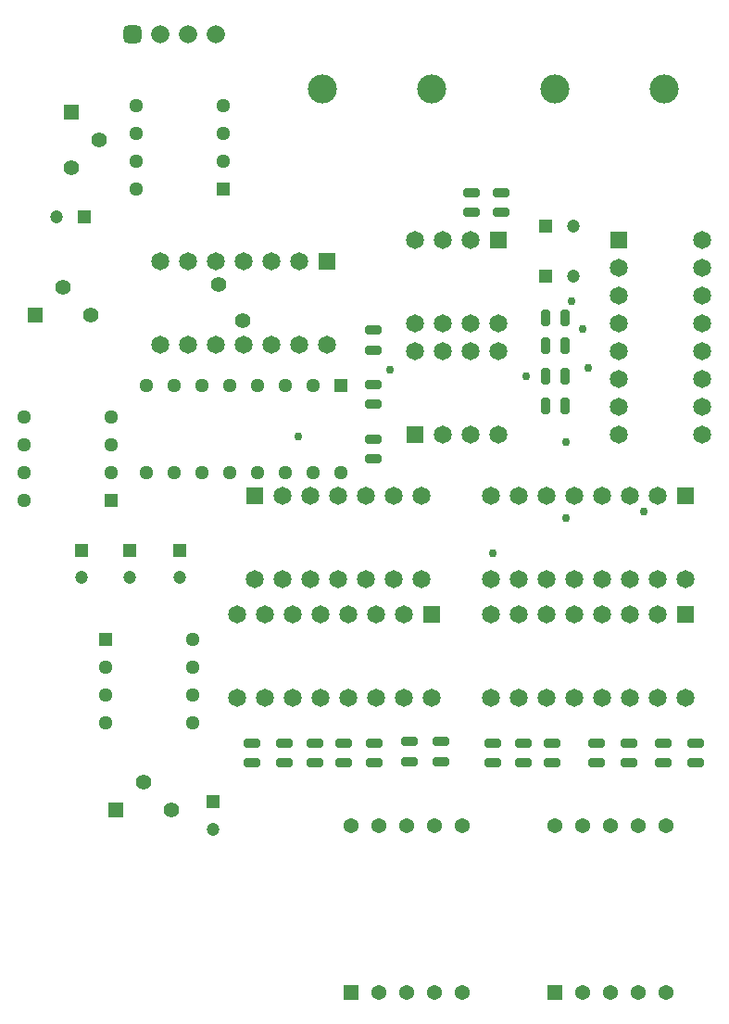
<source format=gbr>
%TF.GenerationSoftware,Altium Limited,Altium Designer,23.5.1 (21)*%
G04 Layer_Color=8388736*
%FSLAX45Y45*%
%MOMM*%
%TF.SameCoordinates,7ECB1A03-3DEC-426C-BD6E-5A7E68E82EE6*%
%TF.FilePolarity,Negative*%
%TF.FileFunction,Soldermask,Top*%
%TF.Part,Single*%
G01*
G75*
%TA.AperFunction,ComponentPad*%
%ADD20C,1.20000*%
%ADD21R,1.20000X1.20000*%
%ADD26R,1.20000X1.20000*%
%TA.AperFunction,SMDPad,CuDef*%
G04:AMPARAMS|DCode=40|XSize=1.45mm|YSize=0.91mm|CornerRadius=0.17mm|HoleSize=0mm|Usage=FLASHONLY|Rotation=90.000|XOffset=0mm|YOffset=0mm|HoleType=Round|Shape=RoundedRectangle|*
%AMROUNDEDRECTD40*
21,1,1.45000,0.57000,0,0,90.0*
21,1,1.11000,0.91000,0,0,90.0*
1,1,0.34000,0.28500,0.55500*
1,1,0.34000,0.28500,-0.55500*
1,1,0.34000,-0.28500,-0.55500*
1,1,0.34000,-0.28500,0.55500*
%
%ADD40ROUNDEDRECTD40*%
G04:AMPARAMS|DCode=41|XSize=1.45mm|YSize=0.91mm|CornerRadius=0.17mm|HoleSize=0mm|Usage=FLASHONLY|Rotation=0.000|XOffset=0mm|YOffset=0mm|HoleType=Round|Shape=RoundedRectangle|*
%AMROUNDEDRECTD41*
21,1,1.45000,0.57000,0,0,0.0*
21,1,1.11000,0.91000,0,0,0.0*
1,1,0.34000,0.55500,-0.28500*
1,1,0.34000,-0.55500,-0.28500*
1,1,0.34000,-0.55500,0.28500*
1,1,0.34000,0.55500,0.28500*
%
%ADD41ROUNDEDRECTD41*%
%TA.AperFunction,ComponentPad*%
%ADD42R,1.65000X1.65000*%
%ADD43C,1.65000*%
%ADD44C,1.28000*%
%ADD45R,1.28000X1.28000*%
%ADD46R,1.28000X1.28000*%
%ADD47R,1.36800X1.36800*%
%ADD48C,1.36800*%
%ADD49C,1.40000*%
%ADD50R,1.40000X1.40000*%
%ADD51R,1.40000X1.40000*%
%ADD52R,1.65000X1.65000*%
%ADD53C,1.67000*%
G04:AMPARAMS|DCode=54|XSize=1.67mm|YSize=1.67mm|CornerRadius=0.455mm|HoleSize=0mm|Usage=FLASHONLY|Rotation=0.000|XOffset=0mm|YOffset=0mm|HoleType=Round|Shape=RoundedRectangle|*
%AMROUNDEDRECTD54*
21,1,1.67000,0.76000,0,0,0.0*
21,1,0.76000,1.67000,0,0,0.0*
1,1,0.91000,0.38000,-0.38000*
1,1,0.91000,-0.38000,-0.38000*
1,1,0.91000,-0.38000,0.38000*
1,1,0.91000,0.38000,0.38000*
%
%ADD54ROUNDEDRECTD54*%
%ADD55C,2.65000*%
%TA.AperFunction,ViaPad*%
%ADD56C,0.75000*%
%ADD57C,1.42000*%
D20*
X2082800Y1896300D02*
D03*
X5370100Y7404100D02*
D03*
Y6946900D02*
D03*
X1778000Y4195000D02*
D03*
X1320800D02*
D03*
X876300D02*
D03*
X649700Y7493000D02*
D03*
D21*
X2082800Y2146300D02*
D03*
X1778000Y4445000D02*
D03*
X1320800D02*
D03*
X876300D02*
D03*
D26*
X5120100Y7404100D02*
D03*
Y6946900D02*
D03*
X899700Y7493000D02*
D03*
D40*
X5296000Y5765800D02*
D03*
X5117000D02*
D03*
X5116900Y6311900D02*
D03*
X5295900D02*
D03*
X5116900Y6565900D02*
D03*
X5295900D02*
D03*
X5297000Y6032500D02*
D03*
X5118000D02*
D03*
D41*
X4635500Y2680800D02*
D03*
Y2501800D02*
D03*
X4914900Y2680800D02*
D03*
Y2501800D02*
D03*
X5181600Y2680800D02*
D03*
Y2501800D02*
D03*
X5880100Y2680800D02*
D03*
Y2501800D02*
D03*
X5588000Y2680800D02*
D03*
Y2501800D02*
D03*
X3543300Y5461000D02*
D03*
Y5282000D02*
D03*
Y5957400D02*
D03*
Y5778400D02*
D03*
Y6452700D02*
D03*
Y6273700D02*
D03*
X4711700Y7710000D02*
D03*
Y7531000D02*
D03*
X4445000Y7710000D02*
D03*
Y7531000D02*
D03*
X6489700Y2680800D02*
D03*
Y2501800D02*
D03*
X6197600Y2680800D02*
D03*
Y2501800D02*
D03*
X3276600Y2680900D02*
D03*
Y2501900D02*
D03*
X2438400Y2680900D02*
D03*
Y2501900D02*
D03*
X2730500Y2680900D02*
D03*
Y2501900D02*
D03*
X3009900Y2680900D02*
D03*
Y2501900D02*
D03*
X3873500Y2693500D02*
D03*
Y2514500D02*
D03*
X4165600Y2693500D02*
D03*
Y2514500D02*
D03*
X3556000Y2680800D02*
D03*
Y2501800D02*
D03*
D42*
X6400800Y3860800D02*
D03*
X2463800Y4940300D02*
D03*
X4076700Y3860800D02*
D03*
X3124200Y7086600D02*
D03*
X6400800Y4940300D02*
D03*
X3924300Y5496225D02*
D03*
X4686300Y7277100D02*
D03*
D43*
X6146800Y3860800D02*
D03*
X5892800D02*
D03*
X5638800D02*
D03*
X5384800D02*
D03*
X5130800D02*
D03*
X4876800D02*
D03*
X4622800D02*
D03*
X6400800Y3098800D02*
D03*
X6146800D02*
D03*
X5892800D02*
D03*
X5638800D02*
D03*
X5384800D02*
D03*
X5130800D02*
D03*
X4876800D02*
D03*
X4622800D02*
D03*
X3987800Y4178300D02*
D03*
X3733800D02*
D03*
X3479800D02*
D03*
X3225800D02*
D03*
X2971800D02*
D03*
X2717800D02*
D03*
X2463800D02*
D03*
X3987800Y4940300D02*
D03*
X3733800D02*
D03*
X3479800D02*
D03*
X3225800D02*
D03*
X2971800D02*
D03*
X2717800D02*
D03*
X3822700Y3860800D02*
D03*
X3568700D02*
D03*
X3314700D02*
D03*
X3060700D02*
D03*
X2806700D02*
D03*
X2552700D02*
D03*
X2298700D02*
D03*
X4076700Y3098800D02*
D03*
X3822700D02*
D03*
X3568700D02*
D03*
X3314700D02*
D03*
X3060700D02*
D03*
X2806700D02*
D03*
X2552700D02*
D03*
X2298700D02*
D03*
X2870200Y7086600D02*
D03*
X2616200D02*
D03*
X2362200D02*
D03*
X2108200D02*
D03*
X1854200D02*
D03*
X1600200D02*
D03*
X3124200Y6324600D02*
D03*
X2870200D02*
D03*
X2616200D02*
D03*
X2362200D02*
D03*
X2108200D02*
D03*
X1854200D02*
D03*
X1600200D02*
D03*
X5791200Y7023100D02*
D03*
Y6769100D02*
D03*
Y6515100D02*
D03*
Y6261100D02*
D03*
Y6007100D02*
D03*
Y5753100D02*
D03*
Y5499100D02*
D03*
X6553200Y7277100D02*
D03*
Y7023100D02*
D03*
Y6769100D02*
D03*
Y6515100D02*
D03*
Y6261100D02*
D03*
Y6007100D02*
D03*
Y5753100D02*
D03*
Y5499100D02*
D03*
X6146800Y4940300D02*
D03*
X5892800D02*
D03*
X5638800D02*
D03*
X5384800D02*
D03*
X5130800D02*
D03*
X4876800D02*
D03*
X4622800D02*
D03*
X6400800Y4178300D02*
D03*
X6146800D02*
D03*
X5892800D02*
D03*
X5638800D02*
D03*
X5384800D02*
D03*
X5130800D02*
D03*
X4876800D02*
D03*
X4622800D02*
D03*
X4686300Y6258225D02*
D03*
X4432300D02*
D03*
X4178300D02*
D03*
X3924300D02*
D03*
X4686300Y5496225D02*
D03*
X4432300D02*
D03*
X4178300D02*
D03*
X3924300Y6515100D02*
D03*
X4178300D02*
D03*
X4432300D02*
D03*
X4686300D02*
D03*
X3924300Y7277100D02*
D03*
X4178300D02*
D03*
X4432300D02*
D03*
D44*
X3246700Y5156200D02*
D03*
X2992700D02*
D03*
X2738700D02*
D03*
X2484700D02*
D03*
X2230700D02*
D03*
X1976700D02*
D03*
X1722700D02*
D03*
X1468700D02*
D03*
Y5950200D02*
D03*
X1722700D02*
D03*
X1976700D02*
D03*
X2230700D02*
D03*
X2484700D02*
D03*
X2738700D02*
D03*
X2992700D02*
D03*
X355600Y4902200D02*
D03*
Y5156200D02*
D03*
Y5410200D02*
D03*
Y5664200D02*
D03*
X1149600D02*
D03*
Y5410200D02*
D03*
Y5156200D02*
D03*
X1892300Y3632200D02*
D03*
Y3378200D02*
D03*
Y3124200D02*
D03*
Y2870200D02*
D03*
X1098300D02*
D03*
Y3124200D02*
D03*
Y3378200D02*
D03*
X1381000Y7747000D02*
D03*
Y8001000D02*
D03*
Y8255000D02*
D03*
Y8509000D02*
D03*
X2175000D02*
D03*
Y8255000D02*
D03*
Y8001000D02*
D03*
D45*
X3246700Y5950200D02*
D03*
D46*
X1149600Y4902200D02*
D03*
X1098300Y3632200D02*
D03*
X2175000Y7747000D02*
D03*
D47*
X3340100Y406400D02*
D03*
X5207000D02*
D03*
D48*
X3594100D02*
D03*
X3848100D02*
D03*
X4102100D02*
D03*
X4356100D02*
D03*
Y1930400D02*
D03*
X4102100D02*
D03*
X3848100D02*
D03*
X3594100D02*
D03*
X3340100D02*
D03*
X5461000Y406400D02*
D03*
X5715000D02*
D03*
X5969000D02*
D03*
X6223000D02*
D03*
Y1930400D02*
D03*
X5969000D02*
D03*
X5715000D02*
D03*
X5461000D02*
D03*
X5207000D02*
D03*
D49*
X965200Y6591300D02*
D03*
X711200Y6845300D02*
D03*
X787400Y7937500D02*
D03*
X1041400Y8191500D02*
D03*
X1701800Y2070100D02*
D03*
X1447800Y2324100D02*
D03*
D50*
X457200Y6591300D02*
D03*
X1193800Y2070100D02*
D03*
D51*
X787400Y8445500D02*
D03*
D52*
X5791200Y7277100D02*
D03*
D53*
X1600200Y9156700D02*
D03*
X1854200D02*
D03*
X2108200D02*
D03*
D54*
X1346200D02*
D03*
D55*
X4076700Y8661400D02*
D03*
X3076700D02*
D03*
X6202300D02*
D03*
X5202300D02*
D03*
D56*
X5308600Y5435600D02*
D03*
X2857500Y5486400D02*
D03*
X5359400Y6718300D02*
D03*
X5461000Y6464300D02*
D03*
X5511800Y6108700D02*
D03*
X3695700Y6096000D02*
D03*
X4635500Y4419600D02*
D03*
X5308600Y4737100D02*
D03*
X6019800Y4800600D02*
D03*
X4940300Y6032500D02*
D03*
D57*
X2133600Y6870700D02*
D03*
X2349500Y6540500D02*
D03*
%TF.MD5,f0d0f9fee120bb0571a179c4a021963f*%
M02*

</source>
